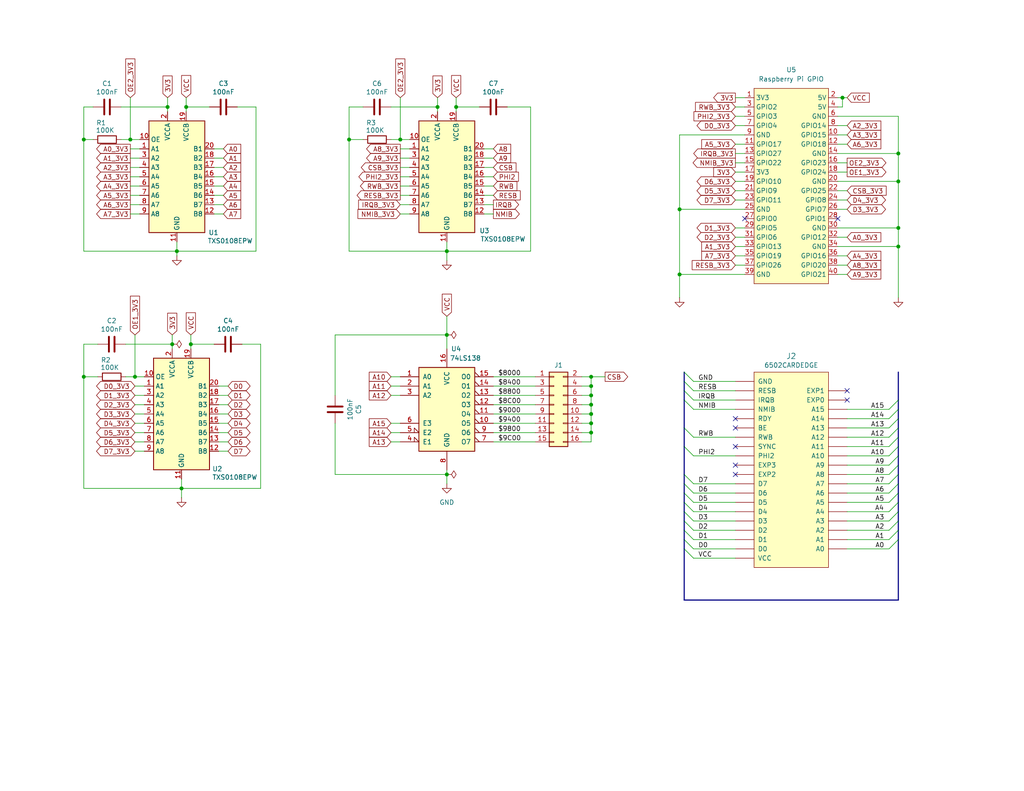
<source format=kicad_sch>
(kicad_sch (version 20231120) (generator "eeschema") (generator_version "8.0")
  (paper "USLetter")
  (title_block (title "Pi Card") (date "2024-03-22") (rev "1.0") (company "A.C. Wright Design"))
  (lib_symbols
    (symbol "6502 Parts:6502CARDEDGE" (pin_names (offset 1.016))
      (property "Reference" "J" (at -1.27 28.194 0))
      (property "Value" "6502CARDEDGE" (at 0 26.67 0))
      (symbol "6502CARDEDGE_1_0"
        (rectangle (start -10.16 25.4) (end 10.16 -27.94) (fill (type background)))
        (pin bidirectional line (at 15.24 -22.86 180) (length 5.08) (name "A0") (number "A0"))
        (pin bidirectional line (at 15.24 -20.32 180) (length 5.08) (name "A1") (number "A1"))
        (pin bidirectional line (at 15.24 2.54 180) (length 5.08) (name "A10") (number "A10"))
        (pin bidirectional line (at 15.24 5.08 180) (length 5.08) (name "A11") (number "A11"))
        (pin bidirectional line (at 15.24 7.62 180) (length 5.08) (name "A12") (number "A12"))
        (pin bidirectional line (at 15.24 10.16 180) (length 5.08) (name "A13") (number "A13"))
        (pin bidirectional line (at 15.24 12.7 180) (length 5.08) (name "A14") (number "A14"))
        (pin bidirectional line (at 15.24 15.24 180) (length 5.08) (name "A15") (number "A15"))
        (pin bidirectional line (at 15.24 -17.78 180) (length 5.08) (name "A2") (number "A2"))
        (pin bidirectional line (at 15.24 -15.24 180) (length 5.08) (name "A3") (number "A3"))
        (pin bidirectional line (at 15.24 -12.7 180) (length 5.08) (name "A4") (number "A4"))
        (pin bidirectional line (at 15.24 -10.16 180) (length 5.08) (name "A5") (number "A5"))
        (pin bidirectional line (at 15.24 -7.62 180) (length 5.08) (name "A6") (number "A6"))
        (pin bidirectional line (at 15.24 -5.08 180) (length 5.08) (name "A7") (number "A7"))
        (pin bidirectional line (at 15.24 -2.54 180) (length 5.08) (name "A8") (number "A8"))
        (pin bidirectional line (at 15.24 0 180) (length 5.08) (name "A9") (number "A9"))
        (pin bidirectional line (at -15.24 10.16 0) (length 5.08) (name "BE") (number "BE"))
        (pin bidirectional line (at -15.24 -22.86 0) (length 5.08) (name "D0") (number "D0"))
        (pin bidirectional line (at -15.24 -20.32 0) (length 5.08) (name "D1") (number "D1"))
        (pin bidirectional line (at -15.24 -17.78 0) (length 5.08) (name "D2") (number "D2"))
        (pin bidirectional line (at -15.24 -15.24 0) (length 5.08) (name "D3") (number "D3"))
        (pin bidirectional line (at -15.24 -12.7 0) (length 5.08) (name "D4") (number "D4"))
        (pin bidirectional line (at -15.24 -10.16 0) (length 5.08) (name "D5") (number "D5"))
        (pin bidirectional line (at -15.24 -7.62 0) (length 5.08) (name "D6") (number "D6"))
        (pin bidirectional line (at -15.24 -5.08 0) (length 5.08) (name "D7") (number "D7"))
        (pin bidirectional line (at 15.24 17.78 180) (length 5.08) (name "EXP0") (number "EXP0"))
        (pin bidirectional line (at 15.24 20.32 180) (length 5.08) (name "EXP1") (number "EXP1"))
        (pin bidirectional line (at -15.24 -2.54 0) (length 5.08) (name "EXP2") (number "EXP2"))
        (pin bidirectional line (at -15.24 0 0) (length 5.08) (name "EXP3") (number "EXP3"))
        (pin power_in line (at -15.24 22.86 0) (length 5.08) (name "GND") (number "GND"))
        (pin power_in line (at -15.24 22.86 0) (length 5.08) hide (name "GND") (number "GND"))
        (pin bidirectional line (at -15.24 17.78 0) (length 5.08) (name "IRQB") (number "IRQB"))
        (pin bidirectional line (at -15.24 15.24 0) (length 5.08) (name "NMIB") (number "NMIB"))
        (pin bidirectional line (at -15.24 2.54 0) (length 5.08) (name "PHI2") (number "PHI2"))
        (pin bidirectional line (at -15.24 12.7 0) (length 5.08) (name "RDY") (number "RDY"))
        (pin bidirectional line (at -15.24 20.32 0) (length 5.08) (name "RESB") (number "RESB"))
        (pin bidirectional line (at -15.24 7.62 0) (length 5.08) (name "RWB") (number "RWB"))
        (pin bidirectional line (at -15.24 5.08 0) (length 5.08) (name "SYNC") (number "SYNC"))
        (pin power_in line (at -15.24 -25.4 0) (length 5.08) (name "VCC") (number "VCC"))
        (pin power_in line (at -15.24 -25.4 0) (length 5.08) hide (name "VCC") (number "VCC"))
      )
    )
    (symbol "6502 Parts:RASPBERRYPIGPIO"
      (property "Reference" "U" (at -9.652 29.21 0))
      (property "Value" "Raspberry Pi GPIO" (at -1.524 26.924 0))
      (symbol "RASPBERRYPIGPIO_1_1"
        (rectangle (start -10.16 25.4) (end 10.16 -27.94) (fill (type background)))
        (pin power_in line (at -12.7 22.86 0) (length 2.54) (name "3V3") (number "1"))
        (pin bidirectional line (at 12.7 12.7 180) (length 2.54) (name "GPIO15") (number "10"))
        (pin bidirectional line (at -12.7 10.16 0) (length 2.54) (name "GPIO17") (number "11"))
        (pin bidirectional line (at 12.7 10.16 180) (length 2.54) (name "GPIO18") (number "12"))
        (pin bidirectional line (at -12.7 7.62 0) (length 2.54) (name "GPIO27") (number "13"))
        (pin power_in line (at 12.7 7.62 180) (length 2.54) (name "GND") (number "14"))
        (pin bidirectional line (at -12.7 5.08 0) (length 2.54) (name "GPIO22") (number "15"))
        (pin bidirectional line (at 12.7 5.08 180) (length 2.54) (name "GPIO23") (number "16"))
        (pin power_in line (at -12.7 2.54 0) (length 2.54) (name "3V3") (number "17"))
        (pin bidirectional line (at 12.7 2.54 180) (length 2.54) (name "GPIO24") (number "18"))
        (pin bidirectional line (at -12.7 0 0) (length 2.54) (name "GPIO10") (number "19"))
        (pin power_in line (at 12.7 22.86 180) (length 2.54) (name "5V") (number "2"))
        (pin power_in line (at 12.7 0 180) (length 2.54) (name "GND") (number "20"))
        (pin bidirectional line (at -12.7 -2.54 0) (length 2.54) (name "GPIO9") (number "21"))
        (pin bidirectional line (at 12.7 -2.54 180) (length 2.54) (name "GPIO25") (number "22"))
        (pin bidirectional line (at -12.7 -5.08 0) (length 2.54) (name "GPIO11") (number "23"))
        (pin bidirectional line (at 12.7 -5.08 180) (length 2.54) (name "GPIO8") (number "24"))
        (pin power_in line (at -12.7 -7.62 0) (length 2.54) (name "GND") (number "25"))
        (pin bidirectional line (at 12.7 -7.62 180) (length 2.54) (name "GPIO7") (number "26"))
        (pin bidirectional line (at -12.7 -10.16 0) (length 2.54) (name "GPIO0") (number "27"))
        (pin bidirectional line (at 12.7 -10.16 180) (length 2.54) (name "GPIO1") (number "28"))
        (pin bidirectional line (at -12.7 -12.7 0) (length 2.54) (name "GPIO5") (number "29"))
        (pin bidirectional line (at -12.7 20.32 0) (length 2.54) (name "GPIO2") (number "3"))
        (pin power_in line (at 12.7 -12.7 180) (length 2.54) (name "GND") (number "30"))
        (pin bidirectional line (at -12.7 -15.24 0) (length 2.54) (name "GPIO6") (number "31"))
        (pin bidirectional line (at 12.7 -15.24 180) (length 2.54) (name "GPIO12") (number "32"))
        (pin bidirectional line (at -12.7 -17.78 0) (length 2.54) (name "GPIO13") (number "33"))
        (pin power_in line (at 12.7 -17.78 180) (length 2.54) (name "GND") (number "34"))
        (pin bidirectional line (at -12.7 -20.32 0) (length 2.54) (name "GPIO19") (number "35"))
        (pin bidirectional line (at 12.7 -20.32 180) (length 2.54) (name "GPIO16") (number "36"))
        (pin bidirectional line (at -12.7 -22.86 0) (length 2.54) (name "GPIO26") (number "37"))
        (pin bidirectional line (at 12.7 -22.86 180) (length 2.54) (name "GPIO20") (number "38"))
        (pin power_in line (at -12.7 -25.4 0) (length 2.54) (name "GND") (number "39"))
        (pin power_in line (at 12.7 20.32 180) (length 2.54) (name "5V") (number "4"))
        (pin bidirectional line (at 12.7 -25.4 180) (length 2.54) (name "GPIO21") (number "40"))
        (pin bidirectional line (at -12.7 17.78 0) (length 2.54) (name "GPIO3") (number "5"))
        (pin power_in line (at 12.7 17.78 180) (length 2.54) (name "GND") (number "6"))
        (pin bidirectional line (at -12.7 15.24 0) (length 2.54) (name "GPIO4") (number "7"))
        (pin bidirectional line (at 12.7 15.24 180) (length 2.54) (name "GPIO14") (number "8"))
        (pin power_in line (at -12.7 12.7 0) (length 2.54) (name "GND") (number "9"))
      )
    )
    (symbol "74xx:74LS138" (pin_names (offset 1.016))
      (property "Reference" "U" (at -7.62 11.43 0))
      (property "Value" "74LS138" (at -7.62 -13.97 0))
      (symbol "74LS138_1_0"
        (pin input line (at -12.7 7.62 0) (length 5.08) (name "A0") (number "1"))
        (pin output output_low (at 12.7 -5.08 180) (length 5.08) (name "O5") (number "10"))
        (pin output output_low (at 12.7 -2.54 180) (length 5.08) (name "O4") (number "11"))
        (pin output output_low (at 12.7 0 180) (length 5.08) (name "O3") (number "12"))
        (pin output output_low (at 12.7 2.54 180) (length 5.08) (name "O2") (number "13"))
        (pin output output_low (at 12.7 5.08 180) (length 5.08) (name "O1") (number "14"))
        (pin output output_low (at 12.7 7.62 180) (length 5.08) (name "O0") (number "15"))
        (pin power_in line (at 0 15.24 270) (length 5.08) (name "VCC") (number "16"))
        (pin input line (at -12.7 5.08 0) (length 5.08) (name "A1") (number "2"))
        (pin input line (at -12.7 2.54 0) (length 5.08) (name "A2") (number "3"))
        (pin input input_low (at -12.7 -10.16 0) (length 5.08) (name "E1") (number "4"))
        (pin input input_low (at -12.7 -7.62 0) (length 5.08) (name "E2") (number "5"))
        (pin input line (at -12.7 -5.08 0) (length 5.08) (name "E3") (number "6"))
        (pin output output_low (at 12.7 -10.16 180) (length 5.08) (name "O7") (number "7"))
        (pin power_in line (at 0 -17.78 90) (length 5.08) (name "GND") (number "8"))
        (pin output output_low (at 12.7 -7.62 180) (length 5.08) (name "O6") (number "9"))
      )
      (symbol "74LS138_1_1"
        (rectangle (start -7.62 10.16) (end 7.62 -12.7) (stroke (width 0.254)) (fill (type background)))
      )
    )
    (symbol "Connector_Generic:Conn_02x08_Odd_Even" (pin_names (offset 1.016) hide)
      (property "Reference" "J" (at 1.27 10.16 0))
      (property "Value" "Conn_02x08_Odd_Even" (at 1.27 -12.7 0))
      (symbol "Conn_02x08_Odd_Even_1_1"
        (rectangle (start -1.27 -10.033) (end 0 -10.287) (stroke (width 0.1524)))
        (rectangle (start -1.27 -7.493) (end 0 -7.747) (stroke (width 0.1524)))
        (rectangle (start -1.27 -4.953) (end 0 -5.207) (stroke (width 0.1524)))
        (rectangle (start -1.27 -2.413) (end 0 -2.667) (stroke (width 0.1524)))
        (rectangle (start -1.27 0.127) (end 0 -0.127) (stroke (width 0.1524)))
        (rectangle (start -1.27 2.667) (end 0 2.413) (stroke (width 0.1524)))
        (rectangle (start -1.27 5.207) (end 0 4.953) (stroke (width 0.1524)))
        (rectangle (start -1.27 7.747) (end 0 7.493) (stroke (width 0.1524)))
        (rectangle (start -1.27 8.89) (end 3.81 -11.43) (stroke (width 0.254)) (fill (type background)))
        (rectangle (start 3.81 -10.033) (end 2.54 -10.287) (stroke (width 0.1524)))
        (rectangle (start 3.81 -7.493) (end 2.54 -7.747) (stroke (width 0.1524)))
        (rectangle (start 3.81 -4.953) (end 2.54 -5.207) (stroke (width 0.1524)))
        (rectangle (start 3.81 -2.413) (end 2.54 -2.667) (stroke (width 0.1524)))
        (rectangle (start 3.81 0.127) (end 2.54 -0.127) (stroke (width 0.1524)))
        (rectangle (start 3.81 2.667) (end 2.54 2.413) (stroke (width 0.1524)))
        (rectangle (start 3.81 5.207) (end 2.54 4.953) (stroke (width 0.1524)))
        (rectangle (start 3.81 7.747) (end 2.54 7.493) (stroke (width 0.1524)))
        (pin passive line (at -5.08 7.62 0) (length 3.81) (name "Pin_1") (number "1"))
        (pin passive line (at 7.62 -2.54 180) (length 3.81) (name "Pin_10") (number "10"))
        (pin passive line (at -5.08 -5.08 0) (length 3.81) (name "Pin_11") (number "11"))
        (pin passive line (at 7.62 -5.08 180) (length 3.81) (name "Pin_12") (number "12"))
        (pin passive line (at -5.08 -7.62 0) (length 3.81) (name "Pin_13") (number "13"))
        (pin passive line (at 7.62 -7.62 180) (length 3.81) (name "Pin_14") (number "14"))
        (pin passive line (at -5.08 -10.16 0) (length 3.81) (name "Pin_15") (number "15"))
        (pin passive line (at 7.62 -10.16 180) (length 3.81) (name "Pin_16") (number "16"))
        (pin passive line (at 7.62 7.62 180) (length 3.81) (name "Pin_2") (number "2"))
        (pin passive line (at -5.08 5.08 0) (length 3.81) (name "Pin_3") (number "3"))
        (pin passive line (at 7.62 5.08 180) (length 3.81) (name "Pin_4") (number "4"))
        (pin passive line (at -5.08 2.54 0) (length 3.81) (name "Pin_5") (number "5"))
        (pin passive line (at 7.62 2.54 180) (length 3.81) (name "Pin_6") (number "6"))
        (pin passive line (at -5.08 0 0) (length 3.81) (name "Pin_7") (number "7"))
        (pin passive line (at 7.62 0 180) (length 3.81) (name "Pin_8") (number "8"))
        (pin passive line (at -5.08 -2.54 0) (length 3.81) (name "Pin_9") (number "9"))
      )
    )
    (symbol "Device:C" (pin_numbers hide) (pin_names (offset 0.254))
      (property "Reference" "C" (at 0.635 2.54 0))
      (property "Value" "C" (at 0.635 -2.54 0))
      (symbol "C_0_1"
        (polyline (pts (xy -2.032 -0.762) (xy 2.032 -0.762)) (stroke (width 0.508)))
        (polyline (pts (xy -2.032 0.762) (xy 2.032 0.762)) (stroke (width 0.508)))
      )
      (symbol "C_1_1"
        (pin passive line (at 0 3.81 270) (length 2.794) (name "~") (number "1"))
        (pin passive line (at 0 -3.81 90) (length 2.794) (name "~") (number "2"))
      )
    )
    (symbol "Device:R" (pin_numbers hide) (pin_names (offset 0))
      (property "Reference" "R" (at 2.032 0 90))
      (property "Value" "R" (at 0 0 90))
      (symbol "R_0_1"
        (rectangle (start -1.016 -2.54) (end 1.016 2.54) (stroke (width 0.254)))
      )
      (symbol "R_1_1"
        (pin passive line (at 0 3.81 270) (length 1.27) (name "~") (number "1"))
        (pin passive line (at 0 -3.81 90) (length 1.27) (name "~") (number "2"))
      )
    )
    (symbol "Logic_LevelTranslator:TXS0108EPW"
      (property "Reference" "U" (at -6.35 16.51 0))
      (property "Value" "TXS0108EPW" (at 3.81 16.51 0))
      (symbol "TXS0108EPW_0_1"
        (rectangle (start -7.62 15.24) (end 7.62 -15.24) (stroke (width 0.254)) (fill (type background)))
      )
      (symbol "TXS0108EPW_1_1"
        (pin bidirectional line (at -10.16 7.62 0) (length 2.54) (name "A1") (number "1"))
        (pin input line (at -10.16 10.16 0) (length 2.54) (name "OE") (number "10"))
        (pin power_in line (at 0 -17.78 90) (length 2.54) (name "GND") (number "11"))
        (pin bidirectional line (at 10.16 -10.16 180) (length 2.54) (name "B8") (number "12"))
        (pin bidirectional line (at 10.16 -7.62 180) (length 2.54) (name "B7") (number "13"))
        (pin bidirectional line (at 10.16 -5.08 180) (length 2.54) (name "B6") (number "14"))
        (pin bidirectional line (at 10.16 -2.54 180) (length 2.54) (name "B5") (number "15"))
        (pin bidirectional line (at 10.16 0 180) (length 2.54) (name "B4") (number "16"))
        (pin bidirectional line (at 10.16 2.54 180) (length 2.54) (name "B3") (number "17"))
        (pin bidirectional line (at 10.16 5.08 180) (length 2.54) (name "B2") (number "18"))
        (pin power_in line (at 2.54 17.78 270) (length 2.54) (name "VCCB") (number "19"))
        (pin power_in line (at -2.54 17.78 270) (length 2.54) (name "VCCA") (number "2"))
        (pin bidirectional line (at 10.16 7.62 180) (length 2.54) (name "B1") (number "20"))
        (pin bidirectional line (at -10.16 5.08 0) (length 2.54) (name "A2") (number "3"))
        (pin bidirectional line (at -10.16 2.54 0) (length 2.54) (name "A3") (number "4"))
        (pin bidirectional line (at -10.16 0 0) (length 2.54) (name "A4") (number "5"))
        (pin bidirectional line (at -10.16 -2.54 0) (length 2.54) (name "A5") (number "6"))
        (pin bidirectional line (at -10.16 -5.08 0) (length 2.54) (name "A6") (number "7"))
        (pin bidirectional line (at -10.16 -7.62 0) (length 2.54) (name "A7") (number "8"))
        (pin bidirectional line (at -10.16 -10.16 0) (length 2.54) (name "A8") (number "9"))
      )
    )
    (symbol "power:GND" (power) (pin_numbers hide) (pin_names (offset 0) hide)
      (property "Value" "GND" (at 0 -3.81 0))
      (symbol "GND_0_1"
        (polyline (pts (xy 0 0) (xy 0 -1.27) (xy 1.27 -1.27) (xy 0 -2.54) (xy -1.27 -1.27) (xy 0 -1.27)))
      )
      (symbol "GND_1_1"
        (pin power_in line (at 0 0 270) (length 0) (name "~") (number "1"))
      )
    )
    (symbol "power:PWR_FLAG" (power) (pin_numbers hide) (pin_names (offset 0) hide)
      (property "Value" "PWR_FLAG" (at 0 3.81 0))
      (symbol "PWR_FLAG_0_0"
        (pin power_out line (at 0 0 90) (length 0) (name "~") (number "1"))
      )
      (symbol "PWR_FLAG_0_1"
        (polyline (pts (xy 0 0) (xy 0 1.27) (xy -1.016 1.905) (xy 0 2.54) (xy 1.016 1.905) (xy 0 1.27)))
      )
    )
  )
  (junction (at 36.83 102.87))
  (junction (at 121.92 68.58))
  (junction (at 185.42 57.15))
  (junction (at 161.29 105.41))
  (junction (at 161.29 102.87))
  (junction (at 46.99 93.98))
  (junction (at 245.11 41.91))
  (junction (at 121.92 129.54))
  (junction (at 49.53 133.35))
  (junction (at 161.29 113.03))
  (junction (at 109.22 38.1))
  (junction (at 161.29 107.95))
  (junction (at 161.29 110.49))
  (junction (at 124.46 29.21))
  (junction (at 52.07 93.98))
  (junction (at 22.86 102.87))
  (junction (at 45.72 29.21))
  (junction (at 48.26 68.58))
  (junction (at 121.92 91.44))
  (junction (at 50.8 29.21))
  (junction (at 185.42 74.93))
  (junction (at 245.11 67.31))
  (junction (at 161.29 118.11))
  (junction (at 161.29 115.57))
  (junction (at 35.56 38.1))
  (junction (at 229.87 26.67))
  (junction (at 22.86 38.1))
  (junction (at 245.11 62.23))
  (junction (at 119.38 29.21))
  (junction (at 95.25 38.1))
  (junction (at 245.11 49.53))
  (no_connect (at 231.14 109.22))
  (no_connect (at 200.66 121.92))
  (no_connect (at 200.66 114.3))
  (no_connect (at 203.2 59.69))
  (no_connect (at 228.6 59.69))
  (no_connect (at 200.66 129.54))
  (no_connect (at 231.14 106.68))
  (no_connect (at 200.66 127))
  (no_connect (at 200.66 116.84))
  (bus_entry (at 186.69 144.78) (size 2.54 2.54))
  (bus_entry (at 186.69 121.92) (size 2.54 2.54))
  (bus_entry (at 186.69 109.22) (size 2.54 2.54))
  (bus_entry (at 245.11 132.08) (size -2.54 2.54))
  (bus_entry (at 245.11 139.7) (size -2.54 2.54))
  (bus_entry (at 245.11 142.24) (size -2.54 2.54))
  (bus_entry (at 245.11 147.32) (size -2.54 2.54))
  (bus_entry (at 245.11 144.78) (size -2.54 2.54))
  (bus_entry (at 245.11 121.92) (size -2.54 2.54))
  (bus_entry (at 186.69 129.54) (size 2.54 2.54))
  (bus_entry (at 245.11 134.62) (size -2.54 2.54))
  (bus_entry (at 245.11 127) (size -2.54 2.54))
  (bus_entry (at 245.11 129.54) (size -2.54 2.54))
  (bus_entry (at 186.69 137.16) (size 2.54 2.54))
  (bus_entry (at 245.11 114.3) (size -2.54 2.54))
  (bus_entry (at 245.11 111.76) (size -2.54 2.54))
  (bus_entry (at 186.69 104.14) (size 2.54 2.54))
  (bus_entry (at 245.11 137.16) (size -2.54 2.54))
  (bus_entry (at 245.11 109.22) (size -2.54 2.54))
  (bus_entry (at 186.69 147.32) (size 2.54 2.54))
  (bus_entry (at 186.69 134.62) (size 2.54 2.54))
  (bus_entry (at 186.69 149.86) (size 2.54 2.54))
  (bus_entry (at 186.69 139.7) (size 2.54 2.54))
  (bus_entry (at 245.11 116.84) (size -2.54 2.54))
  (bus_entry (at 186.69 101.6) (size 2.54 2.54))
  (bus_entry (at 186.69 106.68) (size 2.54 2.54))
  (bus_entry (at 245.11 124.46) (size -2.54 2.54))
  (bus_entry (at 186.69 142.24) (size 2.54 2.54))
  (bus_entry (at 186.69 116.84) (size 2.54 2.54))
  (bus_entry (at 245.11 119.38) (size -2.54 2.54))
  (bus_entry (at 186.69 132.08) (size 2.54 2.54))
  (wire (pts (xy 109.22 40.64) (xy 111.76 40.64)))
  (wire (pts (xy 35.56 40.64) (xy 38.1 40.64)))
  (bus (pts (xy 245.11 127) (xy 245.11 129.54)))
  (wire (pts (xy 109.22 26.67) (xy 109.22 38.1)))
  (wire (pts (xy 45.72 29.21) (xy 45.72 30.48)))
  (bus (pts (xy 245.11 109.22) (xy 245.11 111.76)))
  (wire (pts (xy 161.29 110.49) (xy 158.75 110.49)))
  (bus (pts (xy 245.11 142.24) (xy 245.11 144.78)))
  (wire (pts (xy 109.22 50.8) (xy 111.76 50.8)))
  (wire (pts (xy 124.46 29.21) (xy 124.46 30.48)))
  (wire (pts (xy 200.66 34.29) (xy 203.2 34.29)))
  (bus (pts (xy 245.11 114.3) (xy 245.11 116.84)))
  (wire (pts (xy 34.29 102.87) (xy 36.83 102.87)))
  (wire (pts (xy 48.26 69.85) (xy 48.26 68.58)))
  (wire (pts (xy 69.85 29.21) (xy 69.85 68.58)))
  (wire (pts (xy 185.42 57.15) (xy 185.42 74.93)))
  (wire (pts (xy 200.66 64.77) (xy 203.2 64.77)))
  (wire (pts (xy 59.69 105.41) (xy 62.23 105.41)))
  (wire (pts (xy 228.6 34.29) (xy 231.14 34.29)))
  (wire (pts (xy 231.14 132.08) (xy 242.57 132.08)))
  (bus (pts (xy 186.69 163.83) (xy 245.11 163.83)))
  (wire (pts (xy 200.66 49.53) (xy 203.2 49.53)))
  (wire (pts (xy 132.08 53.34) (xy 134.62 53.34)))
  (wire (pts (xy 228.6 39.37) (xy 231.14 39.37)))
  (wire (pts (xy 48.26 68.58) (xy 48.26 66.04)))
  (wire (pts (xy 71.12 93.98) (xy 71.12 133.35)))
  (wire (pts (xy 36.83 115.57) (xy 39.37 115.57)))
  (wire (pts (xy 200.66 54.61) (xy 203.2 54.61)))
  (wire (pts (xy 109.22 43.18) (xy 111.76 43.18)))
  (wire (pts (xy 200.66 41.91) (xy 203.2 41.91)))
  (wire (pts (xy 52.07 93.98) (xy 58.42 93.98)))
  (wire (pts (xy 22.86 68.58) (xy 48.26 68.58)))
  (bus (pts (xy 186.69 106.68) (xy 186.69 109.22)))
  (wire (pts (xy 185.42 36.83) (xy 185.42 57.15)))
  (wire (pts (xy 49.53 133.35) (xy 49.53 130.81)))
  (bus (pts (xy 245.11 121.92) (xy 245.11 124.46)))
  (wire (pts (xy 109.22 48.26) (xy 111.76 48.26)))
  (wire (pts (xy 109.22 53.34) (xy 111.76 53.34)))
  (wire (pts (xy 22.86 102.87) (xy 22.86 133.35)))
  (wire (pts (xy 95.25 29.21) (xy 95.25 38.1)))
  (wire (pts (xy 242.57 144.78) (xy 231.14 144.78)))
  (wire (pts (xy 228.6 26.67) (xy 229.87 26.67)))
  (wire (pts (xy 189.23 144.78) (xy 200.66 144.78)))
  (wire (pts (xy 45.72 26.67) (xy 45.72 29.21)))
  (wire (pts (xy 134.62 107.95) (xy 146.05 107.95)))
  (wire (pts (xy 189.23 139.7) (xy 200.66 139.7)))
  (bus (pts (xy 245.11 116.84) (xy 245.11 119.38)))
  (wire (pts (xy 33.02 29.21) (xy 45.72 29.21)))
  (wire (pts (xy 161.29 118.11) (xy 161.29 115.57)))
  (wire (pts (xy 36.83 120.65) (xy 39.37 120.65)))
  (wire (pts (xy 71.12 133.35) (xy 49.53 133.35)))
  (wire (pts (xy 161.29 115.57) (xy 161.29 113.03)))
  (wire (pts (xy 58.42 43.18) (xy 60.96 43.18)))
  (wire (pts (xy 161.29 113.03) (xy 158.75 113.03)))
  (wire (pts (xy 121.92 71.12) (xy 121.92 68.58)))
  (wire (pts (xy 22.86 38.1) (xy 22.86 68.58)))
  (wire (pts (xy 58.42 48.26) (xy 60.96 48.26)))
  (wire (pts (xy 228.6 29.21) (xy 229.87 29.21)))
  (wire (pts (xy 203.2 36.83) (xy 185.42 36.83)))
  (wire (pts (xy 200.66 29.21) (xy 203.2 29.21)))
  (wire (pts (xy 185.42 74.93) (xy 203.2 74.93)))
  (wire (pts (xy 189.23 119.38) (xy 200.66 119.38)))
  (wire (pts (xy 33.02 38.1) (xy 35.56 38.1)))
  (wire (pts (xy 35.56 26.67) (xy 35.56 38.1)))
  (wire (pts (xy 200.66 31.75) (xy 203.2 31.75)))
  (wire (pts (xy 58.42 45.72) (xy 60.96 45.72)))
  (wire (pts (xy 189.23 111.76) (xy 200.66 111.76)))
  (wire (pts (xy 200.66 142.24) (xy 189.23 142.24)))
  (bus (pts (xy 186.69 134.62) (xy 186.69 137.16)))
  (wire (pts (xy 185.42 57.15) (xy 203.2 57.15)))
  (wire (pts (xy 200.66 132.08) (xy 189.23 132.08)))
  (wire (pts (xy 242.57 121.92) (xy 231.14 121.92)))
  (wire (pts (xy 91.44 91.44) (xy 91.44 107.95)))
  (wire (pts (xy 132.08 55.88) (xy 134.62 55.88)))
  (wire (pts (xy 59.69 113.03) (xy 62.23 113.03)))
  (bus (pts (xy 186.69 149.86) (xy 186.69 163.83)))
  (bus (pts (xy 245.11 139.7) (xy 245.11 142.24)))
  (wire (pts (xy 59.69 118.11) (xy 62.23 118.11)))
  (wire (pts (xy 58.42 55.88) (xy 60.96 55.88)))
  (wire (pts (xy 228.6 46.99) (xy 231.14 46.99)))
  (bus (pts (xy 186.69 142.24) (xy 186.69 144.78)))
  (wire (pts (xy 59.69 120.65) (xy 62.23 120.65)))
  (wire (pts (xy 200.66 39.37) (xy 203.2 39.37)))
  (wire (pts (xy 134.62 110.49) (xy 146.05 110.49)))
  (wire (pts (xy 228.6 67.31) (xy 245.11 67.31)))
  (wire (pts (xy 35.56 53.34) (xy 38.1 53.34)))
  (bus (pts (xy 186.69 137.16) (xy 186.69 139.7)))
  (wire (pts (xy 228.6 54.61) (xy 231.14 54.61)))
  (wire (pts (xy 200.66 106.68) (xy 189.23 106.68)))
  (wire (pts (xy 134.62 115.57) (xy 146.05 115.57)))
  (wire (pts (xy 228.6 41.91) (xy 245.11 41.91)))
  (bus (pts (xy 245.11 144.78) (xy 245.11 147.32)))
  (wire (pts (xy 228.6 74.93) (xy 231.14 74.93)))
  (wire (pts (xy 46.99 93.98) (xy 46.99 95.25)))
  (wire (pts (xy 49.53 133.35) (xy 49.53 135.89)))
  (bus (pts (xy 186.69 144.78) (xy 186.69 147.32)))
  (wire (pts (xy 36.83 118.11) (xy 39.37 118.11)))
  (wire (pts (xy 59.69 115.57) (xy 62.23 115.57)))
  (wire (pts (xy 144.78 29.21) (xy 144.78 68.58)))
  (wire (pts (xy 228.6 62.23) (xy 245.11 62.23)))
  (wire (pts (xy 58.42 40.64) (xy 60.96 40.64)))
  (wire (pts (xy 121.92 95.25) (xy 121.92 91.44)))
  (wire (pts (xy 36.83 123.19) (xy 39.37 123.19)))
  (wire (pts (xy 132.08 43.18) (xy 134.62 43.18)))
  (wire (pts (xy 22.86 29.21) (xy 22.86 38.1)))
  (wire (pts (xy 200.66 152.4) (xy 189.23 152.4)))
  (wire (pts (xy 34.29 93.98) (xy 46.99 93.98)))
  (bus (pts (xy 245.11 147.32) (xy 245.11 163.83)))
  (wire (pts (xy 106.68 38.1) (xy 109.22 38.1)))
  (wire (pts (xy 109.22 107.95) (xy 106.68 107.95)))
  (wire (pts (xy 35.56 43.18) (xy 38.1 43.18)))
  (wire (pts (xy 245.11 62.23) (xy 245.11 67.31)))
  (wire (pts (xy 22.86 133.35) (xy 49.53 133.35)))
  (wire (pts (xy 36.83 110.49) (xy 39.37 110.49)))
  (wire (pts (xy 200.66 67.31) (xy 203.2 67.31)))
  (wire (pts (xy 46.99 91.44) (xy 46.99 93.98)))
  (wire (pts (xy 109.22 118.11) (xy 106.68 118.11)))
  (wire (pts (xy 134.62 105.41) (xy 146.05 105.41)))
  (bus (pts (xy 245.11 101.6) (xy 245.11 109.22)))
  (wire (pts (xy 245.11 49.53) (xy 245.11 41.91)))
  (wire (pts (xy 22.86 93.98) (xy 22.86 102.87)))
  (bus (pts (xy 245.11 124.46) (xy 245.11 127)))
  (wire (pts (xy 185.42 81.28) (xy 185.42 74.93)))
  (wire (pts (xy 50.8 26.67) (xy 50.8 29.21)))
  (wire (pts (xy 228.6 44.45) (xy 231.14 44.45)))
  (wire (pts (xy 200.66 26.67) (xy 203.2 26.67)))
  (wire (pts (xy 189.23 124.46) (xy 200.66 124.46)))
  (wire (pts (xy 200.66 46.99) (xy 203.2 46.99)))
  (wire (pts (xy 109.22 45.72) (xy 111.76 45.72)))
  (wire (pts (xy 36.83 102.87) (xy 39.37 102.87)))
  (wire (pts (xy 91.44 129.54) (xy 91.44 115.57)))
  (wire (pts (xy 228.6 69.85) (xy 231.14 69.85)))
  (wire (pts (xy 36.83 107.95) (xy 39.37 107.95)))
  (wire (pts (xy 119.38 26.67) (xy 119.38 29.21)))
  (wire (pts (xy 35.56 38.1) (xy 38.1 38.1)))
  (bus (pts (xy 245.11 134.62) (xy 245.11 137.16)))
  (wire (pts (xy 229.87 29.21) (xy 229.87 26.67)))
  (bus (pts (xy 186.69 139.7) (xy 186.69 142.24)))
  (wire (pts (xy 130.81 29.21) (xy 124.46 29.21)))
  (wire (pts (xy 121.92 129.54) (xy 121.92 132.08)))
  (wire (pts (xy 59.69 123.19) (xy 62.23 123.19)))
  (bus (pts (xy 186.69 101.6) (xy 186.69 104.14)))
  (wire (pts (xy 134.62 102.87) (xy 146.05 102.87)))
  (wire (pts (xy 200.66 72.39) (xy 203.2 72.39)))
  (wire (pts (xy 134.62 113.03) (xy 146.05 113.03)))
  (wire (pts (xy 35.56 45.72) (xy 38.1 45.72)))
  (wire (pts (xy 36.83 113.03) (xy 39.37 113.03)))
  (wire (pts (xy 200.66 52.07) (xy 203.2 52.07)))
  (wire (pts (xy 228.6 36.83) (xy 231.14 36.83)))
  (wire (pts (xy 124.46 26.67) (xy 124.46 29.21)))
  (wire (pts (xy 200.66 44.45) (xy 203.2 44.45)))
  (wire (pts (xy 189.23 104.14) (xy 200.66 104.14)))
  (wire (pts (xy 189.23 134.62) (xy 200.66 134.62)))
  (wire (pts (xy 109.22 55.88) (xy 111.76 55.88)))
  (bus (pts (xy 245.11 111.76) (xy 245.11 114.3)))
  (wire (pts (xy 161.29 105.41) (xy 161.29 102.87)))
  (wire (pts (xy 231.14 137.16) (xy 242.57 137.16)))
  (wire (pts (xy 132.08 58.42) (xy 134.62 58.42)))
  (wire (pts (xy 121.92 91.44) (xy 121.92 86.36)))
  (bus (pts (xy 186.69 116.84) (xy 186.69 121.92)))
  (wire (pts (xy 161.29 102.87) (xy 165.1 102.87)))
  (wire (pts (xy 91.44 129.54) (xy 121.92 129.54)))
  (wire (pts (xy 200.66 137.16) (xy 189.23 137.16)))
  (wire (pts (xy 158.75 107.95) (xy 161.29 107.95)))
  (wire (pts (xy 242.57 149.86) (xy 231.14 149.86)))
  (wire (pts (xy 22.86 102.87) (xy 26.67 102.87)))
  (wire (pts (xy 36.83 91.44) (xy 36.83 102.87)))
  (wire (pts (xy 132.08 40.64) (xy 134.62 40.64)))
  (bus (pts (xy 186.69 104.14) (xy 186.69 106.68)))
  (wire (pts (xy 109.22 120.65) (xy 106.68 120.65)))
  (wire (pts (xy 138.43 29.21) (xy 144.78 29.21)))
  (wire (pts (xy 106.68 29.21) (xy 119.38 29.21)))
  (wire (pts (xy 231.14 119.38) (xy 242.57 119.38)))
  (wire (pts (xy 228.6 52.07) (xy 231.14 52.07)))
  (wire (pts (xy 109.22 102.87) (xy 106.68 102.87)))
  (wire (pts (xy 229.87 26.67) (xy 231.14 26.67)))
  (wire (pts (xy 228.6 57.15) (xy 231.14 57.15)))
  (wire (pts (xy 95.25 38.1) (xy 95.25 68.58)))
  (wire (pts (xy 59.69 107.95) (xy 62.23 107.95)))
  (bus (pts (xy 245.11 119.38) (xy 245.11 121.92)))
  (wire (pts (xy 231.14 111.76) (xy 242.57 111.76)))
  (bus (pts (xy 186.69 129.54) (xy 186.69 132.08)))
  (wire (pts (xy 161.29 120.65) (xy 161.29 118.11)))
  (wire (pts (xy 36.83 105.41) (xy 39.37 105.41)))
  (wire (pts (xy 66.04 93.98) (xy 71.12 93.98)))
  (wire (pts (xy 69.85 68.58) (xy 48.26 68.58)))
  (wire (pts (xy 132.08 48.26) (xy 134.62 48.26)))
  (wire (pts (xy 200.66 69.85) (xy 203.2 69.85)))
  (wire (pts (xy 106.68 115.57) (xy 109.22 115.57)))
  (wire (pts (xy 245.11 41.91) (xy 245.11 31.75)))
  (wire (pts (xy 231.14 142.24) (xy 242.57 142.24)))
  (wire (pts (xy 52.07 93.98) (xy 52.07 95.25)))
  (bus (pts (xy 186.69 121.92) (xy 186.69 129.54)))
  (wire (pts (xy 161.29 105.41) (xy 158.75 105.41)))
  (wire (pts (xy 231.14 124.46) (xy 242.57 124.46)))
  (wire (pts (xy 161.29 113.03) (xy 161.29 110.49)))
  (wire (pts (xy 121.92 68.58) (xy 121.92 66.04)))
  (wire (pts (xy 132.08 45.72) (xy 134.62 45.72)))
  (wire (pts (xy 64.77 29.21) (xy 69.85 29.21)))
  (wire (pts (xy 35.56 50.8) (xy 38.1 50.8)))
  (wire (pts (xy 231.14 139.7) (xy 242.57 139.7)))
  (wire (pts (xy 35.56 48.26) (xy 38.1 48.26)))
  (wire (pts (xy 161.29 110.49) (xy 161.29 107.95)))
  (wire (pts (xy 50.8 29.21) (xy 50.8 30.48)))
  (wire (pts (xy 242.57 116.84) (xy 231.14 116.84)))
  (wire (pts (xy 245.11 49.53) (xy 245.11 62.23)))
  (wire (pts (xy 52.07 91.44) (xy 52.07 93.98)))
  (wire (pts (xy 228.6 72.39) (xy 231.14 72.39)))
  (wire (pts (xy 161.29 115.57) (xy 158.75 115.57)))
  (wire (pts (xy 189.23 109.22) (xy 200.66 109.22)))
  (wire (pts (xy 134.62 120.65) (xy 146.05 120.65)))
  (wire (pts (xy 231.14 129.54) (xy 242.57 129.54)))
  (wire (pts (xy 132.08 50.8) (xy 134.62 50.8)))
  (wire (pts (xy 189.23 149.86) (xy 200.66 149.86)))
  (wire (pts (xy 158.75 102.87) (xy 161.29 102.87)))
  (wire (pts (xy 231.14 114.3) (xy 242.57 114.3)))
  (wire (pts (xy 58.42 53.34) (xy 60.96 53.34)))
  (wire (pts (xy 231.14 147.32) (xy 242.57 147.32)))
  (wire (pts (xy 231.14 127) (xy 242.57 127)))
  (wire (pts (xy 144.78 68.58) (xy 121.92 68.58)))
  (wire (pts (xy 119.38 29.21) (xy 119.38 30.48)))
  (wire (pts (xy 99.06 29.21) (xy 95.25 29.21)))
  (bus (pts (xy 245.11 129.54) (xy 245.11 132.08)))
  (wire (pts (xy 50.8 29.21) (xy 57.15 29.21)))
  (wire (pts (xy 228.6 64.77) (xy 231.14 64.77)))
  (wire (pts (xy 95.25 38.1) (xy 99.06 38.1)))
  (wire (pts (xy 109.22 38.1) (xy 111.76 38.1)))
  (wire (pts (xy 121.92 91.44) (xy 91.44 91.44)))
  (bus (pts (xy 245.11 132.08) (xy 245.11 134.62)))
  (wire (pts (xy 95.25 68.58) (xy 121.92 68.58)))
  (wire (pts (xy 109.22 105.41) (xy 106.68 105.41)))
  (wire (pts (xy 200.66 147.32) (xy 189.23 147.32)))
  (wire (pts (xy 245.11 67.31) (xy 245.11 81.28)))
  (bus (pts (xy 186.69 147.32) (xy 186.69 149.86)))
  (wire (pts (xy 200.66 62.23) (xy 203.2 62.23)))
  (wire (pts (xy 161.29 107.95) (xy 161.29 105.41)))
  (wire (pts (xy 22.86 38.1) (xy 25.4 38.1)))
  (wire (pts (xy 26.67 93.98) (xy 22.86 93.98)))
  (bus (pts (xy 245.11 137.16) (xy 245.11 139.7)))
  (wire (pts (xy 121.92 128.27) (xy 121.92 129.54)))
  (wire (pts (xy 35.56 58.42) (xy 38.1 58.42)))
  (wire (pts (xy 59.69 110.49) (xy 62.23 110.49)))
  (wire (pts (xy 161.29 118.11) (xy 158.75 118.11)))
  (wire (pts (xy 228.6 49.53) (xy 245.11 49.53)))
  (wire (pts (xy 25.4 29.21) (xy 22.86 29.21)))
  (wire (pts (xy 58.42 50.8) (xy 60.96 50.8)))
  (wire (pts (xy 35.56 55.88) (xy 38.1 55.88)))
  (wire (pts (xy 134.62 118.11) (xy 146.05 118.11)))
  (wire (pts (xy 158.75 120.65) (xy 161.29 120.65)))
  (wire (pts (xy 245.11 31.75) (xy 228.6 31.75)))
  (wire (pts (xy 58.42 58.42) (xy 60.96 58.42)))
  (bus (pts (xy 186.69 132.08) (xy 186.69 134.62)))
  (wire (pts (xy 109.22 58.42) (xy 111.76 58.42)))
  (wire (pts (xy 231.14 134.62) (xy 242.57 134.62)))
  (bus (pts (xy 186.69 109.22) (xy 186.69 116.84)))
  (label "A11" (at 241.3 121.92 180))
  (label "$8000" (at 135.89 102.87 0))
  (label "PHI2" (at 190.5 124.46 0))
  (label "A4" (at 241.2074 139.7 180))
  (label "D3" (at 190.5 142.24 0))
  (label "$9C00" (at 135.89 120.65 0))
  (label "A13" (at 241.3 116.84 180))
  (label "A3" (at 241.3 142.24 180))
  (label "$9400" (at 135.89 115.57 0))
  (label "A12" (at 241.3 119.38 180))
  (label "$8400" (at 135.89 105.41 0))
  (label "$8C00" (at 135.89 110.49 0))
  (label "RESB" (at 190.5 106.68 0))
  (label "NMIB" (at 190.5 111.76 0))
  (label "A15" (at 241.3 111.76 180))
  (label "D0" (at 190.5 149.86 0))
  (label "RWB" (at 190.5 119.38 0))
  (label "A2" (at 241.3 144.78 180))
  (label "GND" (at 190.5 104.14 0))
  (label "A9" (at 241.3 127 180))
  (label "A14" (at 241.3 114.3 180))
  (label "A8" (at 241.3 129.54 180))
  (label "D2" (at 190.5 144.78 0))
  (label "D6" (at 190.5 134.62 0))
  (label "A6" (at 241.3 134.62 180))
  (label "$9800" (at 135.89 118.11 0))
  (label "A1" (at 241.3 147.32 180))
  (label "A5" (at 241.3 137.16 180))
  (label "A7" (at 241.3 132.08 180))
  (label "A0" (at 241.3 149.86 180))
  (label "D5" (at 190.5 137.16 0))
  (label "A10" (at 241.3 124.46 180))
  (label "D1" (at 190.5 147.32 0))
  (label "D4" (at 190.5 139.7 0))
  (label "VCC" (at 190.5 152.4 0))
  (label "IRQB" (at 190.5 109.22 0))
  (label "$8800" (at 135.89 107.95 0))
  (label "D7" (at 190.5 132.08 0))
  (label "$9000" (at 135.89 113.03 0))
  (global_label "3V3" (shape input) (at 200.66 46.99 180) (property "Intersheetrefs" "${INTERSHEET_REFS}" (effects (hide yes))))
  (global_label "RWB" (shape input) (at 134.62 50.8 0) (property "Intersheetrefs" "${INTERSHEET_REFS}" (effects (hide yes))))
  (global_label "OE2_3V3" (shape input) (at 109.22 26.67 90) (property "Intersheetrefs" "${INTERSHEET_REFS}" (effects (hide yes))))
  (global_label "A7_3V3" (shape output) (at 35.56 58.42 180) (property "Intersheetrefs" "${INTERSHEET_REFS}" (effects (hide yes))))
  (global_label "A1_3V3" (shape output) (at 35.56 43.18 180) (property "Intersheetrefs" "${INTERSHEET_REFS}" (effects (hide yes))))
  (global_label "D6" (shape bidirectional) (at 62.23 120.65 0) (property "Intersheetrefs" "${INTERSHEET_REFS}" (effects (hide yes))))
  (global_label "A9_3V3" (shape input) (at 231.14 74.93 0) (property "Intersheetrefs" "${INTERSHEET_REFS}" (effects (hide yes))))
  (global_label "A8_3V3" (shape input) (at 231.14 72.39 0) (property "Intersheetrefs" "${INTERSHEET_REFS}" (effects (hide yes))))
  (global_label "CSB" (shape output) (at 165.1 102.87 0) (property "Intersheetrefs" "${INTERSHEET_REFS}" (effects (hide yes))))
  (global_label "PHI2_3V3" (shape output) (at 109.22 48.26 180) (property "Intersheetrefs" "${INTERSHEET_REFS}" (effects (hide yes))))
  (global_label "VCC" (shape input) (at 121.92 86.36 90) (property "Intersheetrefs" "${INTERSHEET_REFS}" (effects (hide yes))))
  (global_label "A9" (shape input) (at 134.62 43.18 0) (property "Intersheetrefs" "${INTERSHEET_REFS}" (effects (hide yes))))
  (global_label "NMIB_3V3" (shape input) (at 109.22 58.42 180) (property "Intersheetrefs" "${INTERSHEET_REFS}" (effects (hide yes))))
  (global_label "A2_3V3" (shape output) (at 35.56 45.72 180) (property "Intersheetrefs" "${INTERSHEET_REFS}" (effects (hide yes))))
  (global_label "D1_3V3" (shape bidirectional) (at 36.83 107.95 180) (property "Intersheetrefs" "${INTERSHEET_REFS}" (effects (hide yes))))
  (global_label "A0" (shape input) (at 60.96 40.64 0) (property "Intersheetrefs" "${INTERSHEET_REFS}" (effects (hide yes))))
  (global_label "3V3" (shape input) (at 46.99 91.44 90) (property "Intersheetrefs" "${INTERSHEET_REFS}" (effects (hide yes))))
  (global_label "A8_3V3" (shape output) (at 109.22 40.64 180) (property "Intersheetrefs" "${INTERSHEET_REFS}" (effects (hide yes))))
  (global_label "A12" (shape input) (at 106.68 107.95 180) (property "Intersheetrefs" "${INTERSHEET_REFS}" (effects (hide yes))))
  (global_label "A3_3V3" (shape output) (at 35.56 48.26 180) (property "Intersheetrefs" "${INTERSHEET_REFS}" (effects (hide yes))))
  (global_label "A15" (shape input) (at 106.68 115.57 180) (property "Intersheetrefs" "${INTERSHEET_REFS}" (effects (hide yes))))
  (global_label "D2" (shape bidirectional) (at 62.23 110.49 0) (property "Intersheetrefs" "${INTERSHEET_REFS}" (effects (hide yes))))
  (global_label "A5" (shape input) (at 60.96 53.34 0) (property "Intersheetrefs" "${INTERSHEET_REFS}" (effects (hide yes))))
  (global_label "D3_3V3" (shape bidirectional) (at 36.83 113.03 180) (property "Intersheetrefs" "${INTERSHEET_REFS}" (effects (hide yes))))
  (global_label "IRQB_3V3" (shape input) (at 109.22 55.88 180) (property "Intersheetrefs" "${INTERSHEET_REFS}" (effects (hide yes))))
  (global_label "A6_3V3" (shape output) (at 35.56 55.88 180) (property "Intersheetrefs" "${INTERSHEET_REFS}" (effects (hide yes))))
  (global_label "A13" (shape input) (at 106.68 120.65 180) (property "Intersheetrefs" "${INTERSHEET_REFS}" (effects (hide yes))))
  (global_label "RWB_3V3" (shape output) (at 109.22 50.8 180) (property "Intersheetrefs" "${INTERSHEET_REFS}" (effects (hide yes))))
  (global_label "A8" (shape input) (at 134.62 40.64 0) (property "Intersheetrefs" "${INTERSHEET_REFS}" (effects (hide yes))))
  (global_label "NMIB_3V3" (shape output) (at 200.66 44.45 180) (property "Intersheetrefs" "${INTERSHEET_REFS}" (effects (hide yes))))
  (global_label "A1_3V3" (shape input) (at 200.66 67.31 180) (property "Intersheetrefs" "${INTERSHEET_REFS}" (effects (hide yes))))
  (global_label "A4" (shape input) (at 60.96 50.8 0) (property "Intersheetrefs" "${INTERSHEET_REFS}" (effects (hide yes))))
  (global_label "A2_3V3" (shape input) (at 231.14 34.29 0) (property "Intersheetrefs" "${INTERSHEET_REFS}" (effects (hide yes))))
  (global_label "A3_3V3" (shape input) (at 231.14 36.83 0) (property "Intersheetrefs" "${INTERSHEET_REFS}" (effects (hide yes))))
  (global_label "D5_3V3" (shape bidirectional) (at 200.66 52.07 180) (property "Intersheetrefs" "${INTERSHEET_REFS}" (effects (hide yes))))
  (global_label "OE2_3V3" (shape output) (at 231.14 44.45 0) (property "Intersheetrefs" "${INTERSHEET_REFS}" (effects (hide yes))))
  (global_label "RWB_3V3" (shape input) (at 200.66 29.21 180) (property "Intersheetrefs" "${INTERSHEET_REFS}" (effects (hide yes))))
  (global_label "VCC" (shape input) (at 52.07 91.44 90) (property "Intersheetrefs" "${INTERSHEET_REFS}" (effects (hide yes))))
  (global_label "RESB_3V3" (shape output) (at 109.22 53.34 180) (property "Intersheetrefs" "${INTERSHEET_REFS}" (effects (hide yes))))
  (global_label "OE2_3V3" (shape input) (at 35.56 26.67 90) (property "Intersheetrefs" "${INTERSHEET_REFS}" (effects (hide yes))))
  (global_label "D7_3V3" (shape bidirectional) (at 200.66 54.61 180) (property "Intersheetrefs" "${INTERSHEET_REFS}" (effects (hide yes))))
  (global_label "A6" (shape input) (at 60.96 55.88 0) (property "Intersheetrefs" "${INTERSHEET_REFS}" (effects (hide yes))))
  (global_label "D5_3V3" (shape bidirectional) (at 36.83 118.11 180) (property "Intersheetrefs" "${INTERSHEET_REFS}" (effects (hide yes))))
  (global_label "PHI2_3V3" (shape input) (at 200.66 31.75 180) (property "Intersheetrefs" "${INTERSHEET_REFS}" (effects (hide yes))))
  (global_label "A6_3V3" (shape input) (at 231.14 39.37 0) (property "Intersheetrefs" "${INTERSHEET_REFS}" (effects (hide yes))))
  (global_label "D4_3V3" (shape bidirectional) (at 36.83 115.57 180) (property "Intersheetrefs" "${INTERSHEET_REFS}" (effects (hide yes))))
  (global_label "D6_3V3" (shape bidirectional) (at 200.66 49.53 180) (property "Intersheetrefs" "${INTERSHEET_REFS}" (effects (hide yes))))
  (global_label "PHI2" (shape input) (at 134.62 48.26 0) (property "Intersheetrefs" "${INTERSHEET_REFS}" (effects (hide yes))))
  (global_label "A7" (shape input) (at 60.96 58.42 0) (property "Intersheetrefs" "${INTERSHEET_REFS}" (effects (hide yes))))
  (global_label "A2" (shape input) (at 60.96 45.72 0) (property "Intersheetrefs" "${INTERSHEET_REFS}" (effects (hide yes))))
  (global_label "D4_3V3" (shape bidirectional) (at 231.14 54.61 0) (property "Intersheetrefs" "${INTERSHEET_REFS}" (effects (hide yes))))
  (global_label "CSB" (shape input) (at 134.62 45.72 0) (property "Intersheetrefs" "${INTERSHEET_REFS}" (effects (hide yes))))
  (global_label "A4_3V3" (shape input) (at 231.14 69.85 0) (property "Intersheetrefs" "${INTERSHEET_REFS}" (effects (hide yes))))
  (global_label "OE1_3V3" (shape input) (at 36.83 91.44 90) (property "Intersheetrefs" "${INTERSHEET_REFS}" (effects (hide yes))))
  (global_label "VCC" (shape input) (at 124.46 26.67 90) (property "Intersheetrefs" "${INTERSHEET_REFS}" (effects (hide yes))))
  (global_label "NMIB" (shape output) (at 134.62 58.42 0) (property "Intersheetrefs" "${INTERSHEET_REFS}" (effects (hide yes))))
  (global_label "A3" (shape input) (at 60.96 48.26 0) (property "Intersheetrefs" "${INTERSHEET_REFS}" (effects (hide yes))))
  (global_label "CSB_3V3" (shape input) (at 231.14 52.07 0) (property "Intersheetrefs" "${INTERSHEET_REFS}" (effects (hide yes))))
  (global_label "D0_3V3" (shape bidirectional) (at 200.66 34.29 180) (property "Intersheetrefs" "${INTERSHEET_REFS}" (effects (hide yes))))
  (global_label "VCC" (shape input) (at 231.14 26.67 0) (property "Intersheetrefs" "${INTERSHEET_REFS}" (effects (hide yes))))
  (global_label "D3" (shape bidirectional) (at 62.23 113.03 0) (property "Intersheetrefs" "${INTERSHEET_REFS}" (effects (hide yes))))
  (global_label "A4_3V3" (shape output) (at 35.56 50.8 180) (property "Intersheetrefs" "${INTERSHEET_REFS}" (effects (hide yes))))
  (global_label "A11" (shape input) (at 106.68 105.41 180) (property "Intersheetrefs" "${INTERSHEET_REFS}" (effects (hide yes))))
  (global_label "OE1_3V3" (shape output) (at 231.14 46.99 0) (property "Intersheetrefs" "${INTERSHEET_REFS}" (effects (hide yes))))
  (global_label "A5_3V3" (shape input) (at 200.66 39.37 180) (property "Intersheetrefs" "${INTERSHEET_REFS}" (effects (hide yes))))
  (global_label "D4" (shape bidirectional) (at 62.23 115.57 0) (property "Intersheetrefs" "${INTERSHEET_REFS}" (effects (hide yes))))
  (global_label "D2_3V3" (shape bidirectional) (at 200.66 64.77 180) (property "Intersheetrefs" "${INTERSHEET_REFS}" (effects (hide yes))))
  (global_label "RESB" (shape input) (at 134.62 53.34 0) (property "Intersheetrefs" "${INTERSHEET_REFS}" (effects (hide yes))))
  (global_label "D1" (shape bidirectional) (at 62.23 107.95 0) (property "Intersheetrefs" "${INTERSHEET_REFS}" (effects (hide yes))))
  (global_label "D7_3V3" (shape bidirectional) (at 36.83 123.19 180) (property "Intersheetrefs" "${INTERSHEET_REFS}" (effects (hide yes))))
  (global_label "CSB_3V3" (shape output) (at 109.22 45.72 180) (property "Intersheetrefs" "${INTERSHEET_REFS}" (effects (hide yes))))
  (global_label "3V3" (shape input) (at 45.72 26.67 90) (property "Intersheetrefs" "${INTERSHEET_REFS}" (effects (hide yes))))
  (global_label "D7" (shape bidirectional) (at 62.23 123.19 0) (property "Intersheetrefs" "${INTERSHEET_REFS}" (effects (hide yes))))
  (global_label "D2_3V3" (shape bidirectional) (at 36.83 110.49 180) (property "Intersheetrefs" "${INTERSHEET_REFS}" (effects (hide yes))))
  (global_label "A0_3V3" (shape output) (at 35.56 40.64 180) (property "Intersheetrefs" "${INTERSHEET_REFS}" (effects (hide yes))))
  (global_label "A5_3V3" (shape output) (at 35.56 53.34 180) (property "Intersheetrefs" "${INTERSHEET_REFS}" (effects (hide yes))))
  (global_label "A9_3V3" (shape output) (at 109.22 43.18 180) (property "Intersheetrefs" "${INTERSHEET_REFS}" (effects (hide yes))))
  (global_label "D6_3V3" (shape bidirectional) (at 36.83 120.65 180) (property "Intersheetrefs" "${INTERSHEET_REFS}" (effects (hide yes))))
  (global_label "VCC" (shape input) (at 50.8 26.67 90) (property "Intersheetrefs" "${INTERSHEET_REFS}" (effects (hide yes))))
  (global_label "A14" (shape input) (at 106.68 118.11 180) (property "Intersheetrefs" "${INTERSHEET_REFS}" (effects (hide yes))))
  (global_label "D1_3V3" (shape bidirectional) (at 200.66 62.23 180) (property "Intersheetrefs" "${INTERSHEET_REFS}" (effects (hide yes))))
  (global_label "D0_3V3" (shape bidirectional) (at 36.83 105.41 180) (property "Intersheetrefs" "${INTERSHEET_REFS}" (effects (hide yes))))
  (global_label "D5" (shape bidirectional) (at 62.23 118.11 0) (property "Intersheetrefs" "${INTERSHEET_REFS}" (effects (hide yes))))
  (global_label "D0" (shape bidirectional) (at 62.23 105.41 0) (property "Intersheetrefs" "${INTERSHEET_REFS}" (effects (hide yes))))
  (global_label "A10" (shape input) (at 106.68 102.87 180) (property "Intersheetrefs" "${INTERSHEET_REFS}" (effects (hide yes))))
  (global_label "RESB_3V3" (shape input) (at 200.66 72.39 180) (property "Intersheetrefs" "${INTERSHEET_REFS}" (effects (hide yes))))
  (global_label "A1" (shape input) (at 60.96 43.18 0) (property "Intersheetrefs" "${INTERSHEET_REFS}" (effects (hide yes))))
  (global_label "D3_3V3" (shape bidirectional) (at 231.14 57.15 0) (property "Intersheetrefs" "${INTERSHEET_REFS}" (effects (hide yes))))
  (global_label "3V3" (shape input) (at 119.38 26.67 90) (property "Intersheetrefs" "${INTERSHEET_REFS}" (effects (hide yes))))
  (global_label "3V3" (shape output) (at 200.66 26.67 180) (property "Intersheetrefs" "${INTERSHEET_REFS}" (effects (hide yes))))
  (global_label "A7_3V3" (shape input) (at 200.66 69.85 180) (property "Intersheetrefs" "${INTERSHEET_REFS}" (effects (hide yes))))
  (global_label "IRQB_3V3" (shape output) (at 200.66 41.91 180) (property "Intersheetrefs" "${INTERSHEET_REFS}" (effects (hide yes))))
  (global_label "IRQB" (shape output) (at 134.62 55.88 0) (property "Intersheetrefs" "${INTERSHEET_REFS}" (effects (hide yes))))
  (global_label "A0_3V3" (shape input) (at 231.14 64.77 0) (property "Intersheetrefs" "${INTERSHEET_REFS}" (effects (hide yes))))
  (symbol (lib_id "power:PWR_FLAG") (at 46.99 93.98 270) (unit 1)
    (property "Reference" "#FLG01" (effects (hide yes)))
    (property "Value" "PWR_FLAG" (effects (hide yes)))
    (property "Description" "Special symbol for telling ERC where power comes from" (effects (hide yes)))
  )
  (symbol (lib_id "Logic_LevelTranslator:TXS0108EPW") (at 121.92 48.26 0) (unit 1)
    (property "Reference" "U3" (at 130.81 62.992 0) (effects (justify left)))
    (property "Value" "TXS0108EPW" (at 131.064 65.278 0) (effects (justify left)))
    (property "Footprint" "Package_SO:TSSOP-20_4.4x6.5mm_P0.65mm" (effects (hide yes)))
    (property "Datasheet" "www.ti.com/lit/ds/symlink/txs0108e.pdf" (effects (hide yes)))
    (property "Description" "Bidirectional  level-shifting voltage translator, TSSOP-20" (effects (hide yes)))
    (property "LCSC" "C17206" (effects (hide yes)))
  )
  (symbol (lib_id "power:PWR_FLAG") (at 121.92 129.54 270) (unit 1)
    (property "Reference" "#FLG03" (effects (hide yes)))
    (property "Value" "PWR_FLAG" (effects (hide yes)))
    (property "Description" "Special symbol for telling ERC where power comes from" (effects (hide yes)))
  )
  (symbol (lib_id "Device:C") (at 102.87 29.21 270) (unit 1)
    (property "Reference" "C6" (at 102.87 22.8092 90))
    (property "Value" "100nF" (at 102.87 25.1206 90))
    (property "Footprint" "Capacitor_SMD:C_0805_2012Metric" (effects (hide yes)))
    (property "Description" "Unpolarized capacitor" (effects (hide yes)))
    (property "LCSC" "C49678" (effects (hide yes)))
  )
  (symbol (lib_id "power:GND") (at 48.26 69.85 0) (unit 1)
    (property "Reference" "#PWR01" (effects (hide yes)))
    (property "Value" "GND" (effects (hide yes)))
    (property "Description" "Power symbol creates a global label with name \"GND\" , ground" (effects (hide yes)))
  )
  (symbol (lib_id "Device:C") (at 62.23 93.98 270) (unit 1)
    (property "Reference" "C4" (at 62.23 87.5792 90))
    (property "Value" "100nF" (at 62.23 89.8906 90))
    (property "Footprint" "Capacitor_SMD:C_0805_2012Metric" (effects (hide yes)))
    (property "Description" "Unpolarized capacitor" (effects (hide yes)))
    (property "LCSC" "C49678" (effects (hide yes)))
  )
  (symbol (lib_id "74xx:74LS138") (at 121.92 110.49 0) (unit 1)
    (property "Reference" "U4" (at 124.46 95.25 0))
    (property "Value" "74LS138" (at 127 97.79 0))
    (property "Footprint" "Package_SO:SOIC-16_3.9x9.9mm_P1.27mm" (effects (hide yes)))
    (property "Datasheet" "http://www.ti.com/lit/gpn/sn74LS138" (effects (hide yes)))
    (property "LCSC" "C5602" (effects (hide yes)))
  )
  (symbol (lib_id "Logic_LevelTranslator:TXS0108EPW") (at 49.53 113.03 0) (unit 1)
    (property "Reference" "U2" (at 57.912 128.016 0) (effects (justify left)))
    (property "Value" "TXS0108EPW" (at 57.912 130.302 0) (effects (justify left)))
    (property "Footprint" "Package_SO:TSSOP-20_4.4x6.5mm_P0.65mm" (effects (hide yes)))
    (property "Datasheet" "www.ti.com/lit/ds/symlink/txs0108e.pdf" (effects (hide yes)))
    (property "Description" "Bidirectional  level-shifting voltage translator, TSSOP-20" (effects (hide yes)))
    (property "LCSC" "C17206" (effects (hide yes)))
  )
  (symbol (lib_id "Device:R") (at 29.21 38.1 270) (unit 1)
    (property "Reference" "R1" (at 28.956 33.528 90) (effects (justify right)))
    (property "Value" "100K" (at 31.242 35.56 90) (effects (justify right)))
    (property "Footprint" "Resistor_SMD:R_0805_2012Metric" (effects (hide yes)))
    (property "Description" "Resistor" (effects (hide yes)))
    (property "LCSC" "C149504" (effects (hide yes)))
  )
  (symbol (lib_id "Connector_Generic:Conn_02x08_Odd_Even") (at 151.13 110.49 0) (unit 1)
    (property "Reference" "J1" (at 152.4 99.695 0))
    (property "Value" "Conn_02x08_Odd_Even" (effects (hide yes)))
    (property "Footprint" "Connector_PinHeader_2.54mm:PinHeader_2x08_P2.54mm_Vertical" (effects (hide yes)))
  )
  (symbol (lib_id "power:PWR_FLAG") (at 121.92 91.44 270) (unit 1)
    (property "Reference" "#FLG02" (effects (hide yes)))
    (property "Value" "PWR_FLAG" (effects (hide yes)))
    (property "Description" "Special symbol for telling ERC where power comes from" (effects (hide yes)))
  )
  (symbol (lib_id "6502 Parts:6502CARDEDGE") (at 215.9 127 0) (unit 1)
    (property "Reference" "J2" (at 215.9 97.2312 0) (effects (font (size 1.4986 1.4986))))
    (property "Value" "6502CARDEDGE" (at 215.9 99.7204 0))
    (property "Footprint" "6502 Parts:6502CARDEDGE" (effects (hide yes)))
  )
  (symbol (lib_id "Device:C") (at 134.62 29.21 270) (unit 1)
    (property "Reference" "C7" (at 134.62 22.8092 90))
    (property "Value" "100nF" (at 134.62 25.1206 90))
    (property "Footprint" "Capacitor_SMD:C_0805_2012Metric" (effects (hide yes)))
    (property "Description" "Unpolarized capacitor" (effects (hide yes)))
    (property "LCSC" "C49678" (effects (hide yes)))
  )
  (symbol (lib_id "Device:R") (at 102.87 38.1 270) (unit 1)
    (property "Reference" "R3" (at 102.616 33.528 90) (effects (justify right)))
    (property "Value" "100K" (at 104.902 35.56 90) (effects (justify right)))
    (property "Footprint" "Resistor_SMD:R_0805_2012Metric" (effects (hide yes)))
    (property "Description" "Resistor" (effects (hide yes)))
    (property "LCSC" "C149504" (effects (hide yes)))
  )
  (symbol (lib_id "Logic_LevelTranslator:TXS0108EPW") (at 48.26 48.26 0) (unit 1)
    (property "Reference" "U1" (at 56.896 63.5 0) (effects (justify left)))
    (property "Value" "TXS0108EPW" (at 56.642 65.786 0) (effects (justify left)))
    (property "Footprint" "Package_SO:TSSOP-20_4.4x6.5mm_P0.65mm" (effects (hide yes)))
    (property "Datasheet" "www.ti.com/lit/ds/symlink/txs0108e.pdf" (effects (hide yes)))
    (property "Description" "Bidirectional  level-shifting voltage translator, TSSOP-20" (effects (hide yes)))
    (property "LCSC" "C17206" (effects (hide yes)))
  )
  (symbol (lib_id "Device:C") (at 29.21 29.21 270) (unit 1)
    (property "Reference" "C1" (at 29.21 22.8092 90))
    (property "Value" "100nF" (at 29.21 25.1206 90))
    (property "Footprint" "Capacitor_SMD:C_0805_2012Metric" (effects (hide yes)))
    (property "Description" "Unpolarized capacitor" (effects (hide yes)))
    (property "LCSC" "C49678" (effects (hide yes)))
  )
  (symbol (lib_id "Device:C") (at 30.48 93.98 270) (unit 1)
    (property "Reference" "C2" (at 30.48 87.5792 90))
    (property "Value" "100nF" (at 30.48 89.8906 90))
    (property "Footprint" "Capacitor_SMD:C_0805_2012Metric" (effects (hide yes)))
    (property "Description" "Unpolarized capacitor" (effects (hide yes)))
    (property "LCSC" "C49678" (effects (hide yes)))
  )
  (symbol (lib_id "power:GND") (at 245.11 81.28 0) (unit 1)
    (property "Reference" "#PWR06" (effects (hide yes)))
    (property "Value" "GND" (effects (hide yes)))
    (property "Description" "Power symbol creates a global label with name \"GND\" , ground" (effects (hide yes)))
  )
  (symbol (lib_id "power:GND") (at 121.92 132.08 0) (unit 1)
    (property "Reference" "#PWR04" (effects (hide yes)))
    (property "Value" "GND" (at 121.92 137.16 0))
    (property "Description" "Power symbol creates a global label with name \"GND\" , ground" (effects (hide yes)))
  )
  (symbol (lib_id "Device:R") (at 30.48 102.87 270) (unit 1)
    (property "Reference" "R2" (at 30.226 98.298 90) (effects (justify right)))
    (property "Value" "100K" (at 32.512 100.33 90) (effects (justify right)))
    (property "Footprint" "Resistor_SMD:R_0805_2012Metric" (effects (hide yes)))
    (property "Description" "Resistor" (effects (hide yes)))
    (property "LCSC" "C149504" (effects (hide yes)))
  )
  (symbol (lib_id "power:GND") (at 49.53 135.89 0) (unit 1)
    (property "Reference" "#PWR02" (effects (hide yes)))
    (property "Value" "GND" (effects (hide yes)))
    (property "Description" "Power symbol creates a global label with name \"GND\" , ground" (effects (hide yes)))
  )
  (symbol (lib_id "6502 Parts:RASPBERRYPIGPIO") (at 215.9 49.53 0) (unit 1)
    (property "Reference" "U5" (at 215.9 19.05 0))
    (property "Value" "Raspberry Pi GPIO" (at 215.9 21.59 0))
    (property "Footprint" "6502 Parts:Raspberry Pi Zero" (effects (hide yes)))
  )
  (symbol (lib_id "Device:C") (at 91.44 111.76 0) (unit 1)
    (property "Reference" "C5" (at 97.8408 111.76 90))
    (property "Value" "100nF" (at 95.5294 111.76 90))
    (property "Footprint" "Capacitor_SMD:C_0805_2012Metric" (effects (hide yes)))
    (property "LCSC" "C49678" (effects (hide yes)))
  )
  (symbol (lib_id "Device:C") (at 60.96 29.21 270) (unit 1)
    (property "Reference" "C3" (at 60.96 22.8092 90))
    (property "Value" "100nF" (at 60.96 25.1206 90))
    (property "Footprint" "Capacitor_SMD:C_0805_2012Metric" (effects (hide yes)))
    (property "Description" "Unpolarized capacitor" (effects (hide yes)))
    (property "LCSC" "C49678" (effects (hide yes)))
  )
  (symbol (lib_id "power:GND") (at 185.42 81.28 0) (unit 1)
    (property "Reference" "#PWR05" (effects (hide yes)))
    (property "Value" "GND" (effects (hide yes)))
    (property "Description" "Power symbol creates a global label with name \"GND\" , ground" (effects (hide yes)))
  )
  (symbol (lib_id "power:GND") (at 121.92 71.12 0) (unit 1)
    (property "Reference" "#PWR03" (effects (hide yes)))
    (property "Value" "GND" (effects (hide yes)))
    (property "Description" "Power symbol creates a global label with name \"GND\" , ground" (effects (hide yes)))
  )
)
</source>
